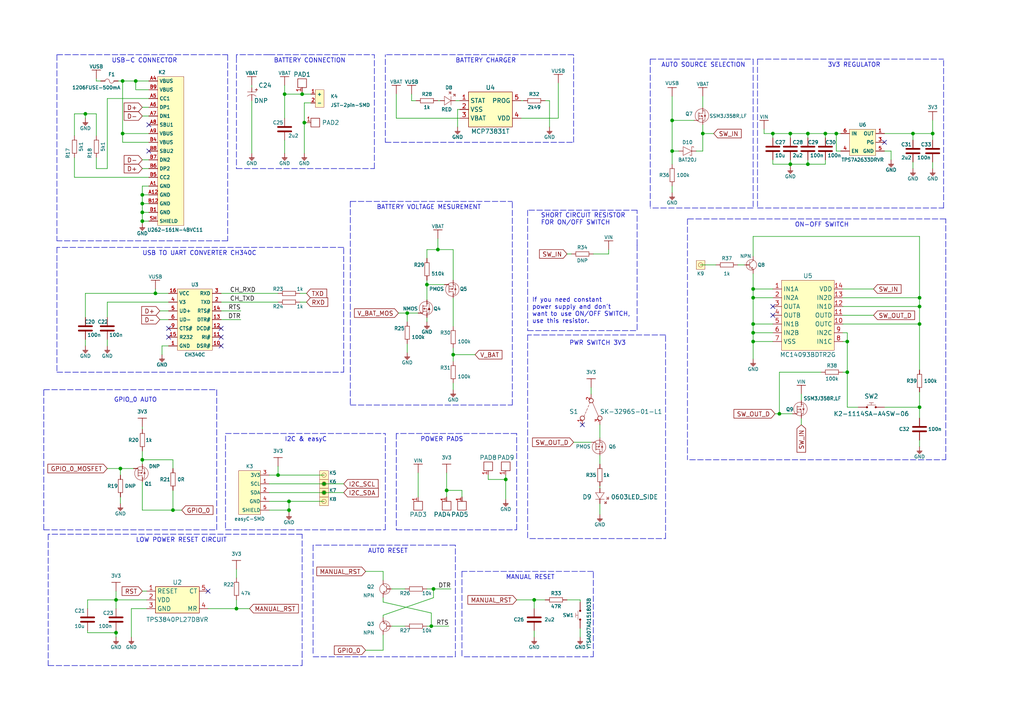
<source format=kicad_sch>
(kicad_sch (version 20211123) (generator eeschema)
  (paper "A4")
  (title_block (title "Inkplate 10") (rev "V1.2.0.") (company "SOLDERED"))
  (lib_symbols
    (symbol "e-radionica.com schematics:0402LED" (pin_numbers hide) (pin_names (offset 0.254) hide)
      (property "Reference" "D" (at -0.635 2.54 0))
      (property "Value" "0402LED" (at 0 -2.54 0))
      (symbol "0402LED_1_1"
        (pin passive line (at -1.905 0 0) (length 1.27) (name "A") (number "1"))
        (pin passive line (at 2.54 0 180) (length 1.27) (name "K") (number "2"))
      )
    )
    (symbol "e-radionica.com schematics:0603C" (pin_numbers hide) (pin_names (offset 0.002))
      (property "Reference" "C" (at 0 3.81 0))
      (property "Value" "0603C" (at 0 -3.175 0))
      (symbol "0603C_1_1"
        (pin passive line (at -3.175 0 0) (length 2.54) (name "~") (number "1"))
        (pin passive line (at 3.175 0 180) (length 2.54) (name "~") (number "2"))
      )
    )
    (symbol "e-radionica.com schematics:0603LED_SIDE" (pin_numbers hide) (pin_names hide)
      (property "Reference" "D" (at -1.27 2.54 0))
      (property "Value" "0603LED_SIDE" (at 0 -2.286 0))
      (symbol "0603LED_SIDE_1_1"
        (pin passive line (at -2.54 0 0) (length 1.27) (name "A") (number "1"))
        (pin passive line (at 1.905 0 180) (length 1.27) (name "K") (number "2"))
      )
    )
    (symbol "e-radionica.com schematics:0603R" (pin_numbers hide) (pin_names (offset 0.254))
      (property "Reference" "R" (at 0 1.27 0))
      (property "Value" "0603R" (at 0 -1.905 0))
      (symbol "0603R_1_1"
        (pin passive line (at -3.175 0 0) (length 1.27) (name "~") (number "1"))
        (pin passive line (at 3.175 0 180) (length 1.27) (name "~") (number "2"))
      )
    )
    (symbol "e-radionica.com schematics:1206C" (pin_numbers hide)
      (property "Reference" "C" (at 0 3.81 0))
      (property "Value" "1206C" (at 0 -3.175 0))
      (symbol "1206C_1_1"
        (pin passive line (at -3.175 0 0) (length 2.54) (name "~") (number "1"))
        (pin passive line (at 3.175 0 180) (length 2.54) (name "~") (number "2"))
      )
    )
    (symbol "e-radionica.com schematics:1206FUSE" (pin_numbers hide) (pin_names hide)
      (property "Reference" "F" (at -1.27 1.905 0))
      (property "Value" "1206FUSE" (at 0 -1.905 0))
      (symbol "1206FUSE_1_1"
        (pin passive line (at -2.54 0 0) (length 1.27) (name "~") (number "1"))
        (pin passive line (at 2.54 0 180) (length 1.27) (name "~") (number "2"))
      )
    )
    (symbol "e-radionica.com schematics:2917C" (pin_numbers hide) (pin_names hide)
      (property "Reference" "C?" (at 0 0 0))
      (property "Value" "2917C" (at 0 0 0))
      (symbol "2917C_0_0"
        (text "+" (at -0.635 -1.27 0) (effects (font (size 1 1))))
      )
      (symbol "2917C_1_1"
        (pin input line (at -1.27 -2.54 0) (length 1.27) (name "+") (number "1"))
        (pin input line (at 2.54 -2.54 180) (length 1.8) (name "-") (number "2"))
      )
    )
    (symbol "e-radionica.com schematics:3V3" (power) (pin_names (offset 0))
      (property "Value" "3V3" (at 0 3.556 0))
      (symbol "3V3_1_1"
        (pin power_in line (at 0 0 90) (length 0) hide (name "3V3") (number "1"))
      )
    )
    (symbol "e-radionica.com schematics:BAT20J" (pin_numbers hide) (pin_names hide)
      (property "Reference" "D" (at 0 2.54 0))
      (property "Value" "BAT20J" (at 0 -2.54 0))
      (symbol "BAT20J_1_1"
        (pin input line (at -2.54 0 0) (length 1.27) (name "A") (number "1"))
        (pin input line (at 2.54 0 180) (length 1.27) (name "C") (number "2"))
      )
    )
    (symbol "e-radionica.com schematics:CH340C"
      (property "Reference" "U" (at -3.81 10.16 0))
      (property "Value" "CH340C" (at 0 -10.16 0))
      (symbol "CH340C_1_1"
        (pin passive line (at -7.62 -7.62 0) (length 2.54) (name "GND") (number "1"))
        (pin passive line (at 7.62 -7.62 180) (length 2.54) (name "DSR#") (number "10"))
        (pin passive line (at 7.62 -5.08 180) (length 2.54) (name "RI#") (number "11"))
        (pin passive line (at 7.62 -2.54 180) (length 2.54) (name "DCD#") (number "12"))
        (pin passive line (at 7.62 0 180) (length 2.54) (name "DTR#") (number "13"))
        (pin passive line (at 7.62 2.54 180) (length 2.54) (name "RTS#") (number "14"))
        (pin passive line (at -7.62 -5.08 0) (length 2.54) (name "R232") (number "15"))
        (pin passive line (at -7.62 7.62 0) (length 2.54) (name "VCC") (number "16"))
        (pin passive line (at 7.62 5.08 180) (length 2.54) (name "TXD") (number "2"))
        (pin passive line (at 7.62 7.62 180) (length 2.54) (name "RXD") (number "3"))
        (pin passive line (at -7.62 5.08 0) (length 2.54) (name "V3") (number "4"))
        (pin passive line (at -7.62 2.54 0) (length 2.54) (name "UD+") (number "5"))
        (pin passive line (at -7.62 0 0) (length 2.54) (name "UD-") (number "6"))
        (pin passive line (at -7.62 -2.54 0) (length 2.54) (name "CTS#") (number "9"))
      )
    )
    (symbol "e-radionica.com schematics:GND" (power) (pin_names (offset 0))
      (property "Value" "GND" (at 0 -2.921 0))
      (symbol "GND_1_1"
        (pin power_in line (at 0 0 270) (length 0) hide (name "GND") (number "1"))
      )
    )
    (symbol "e-radionica.com schematics:HEADER_MALE_1X1_Inkplate" (pin_numbers hide) (pin_names hide)
      (property "Reference" "K" (at 0 2.54 0))
      (property "Value" "HEADER_MALE_1X1_Inkplate" (at 0 -2.54 0))
      (symbol "HEADER_MALE_1X1_Inkplate_1_1"
        (pin passive line (at 0 0 180) (length 0) (name "~") (number "1"))
      )
    )
    (symbol "e-radionica.com schematics:JST-2pin-SMD"
      (property "Reference" "K" (at 0 3.81 0))
      (property "Value" "JST-2pin-SMD" (at 1.27 -3.81 0))
      (symbol "JST-2pin-SMD_1_1"
        (pin passive line (at 2.54 -1.27 180) (length 1.27) (name "+") (number "1"))
        (pin passive line (at 2.54 1.27 180) (length 1.27) (name "-") (number "2"))
      )
    )
    (symbol "e-radionica.com schematics:K2-1114SA-A4SW-06" (pin_numbers hide) (pin_names hide)
      (property "Reference" "SW" (at 0 2.54 0))
      (property "Value" "K2-1114SA-A4SW-06" (at 0 -2.54 0))
      (symbol "K2-1114SA-A4SW-06_1_1"
        (pin passive line (at -3.81 0 0) (length 2.54) (name "~") (number "1"))
        (pin passive line (at 3.81 0 180) (length 2.54) (name "~") (number "2"))
      )
    )
    (symbol "e-radionica.com schematics:MC14093BDTR2G"
      (property "Reference" "U" (at 0 15.24 0))
      (property "Value" "MC14093BDTR2G" (at 0 -7.62 0))
      (symbol "MC14093BDTR2G_1_1"
        (pin output line (at -10.16 11.43 0) (length 2.54) (name "IN1A") (number "1"))
        (pin output line (at 10.16 1.27 180) (length 2.54) (name "OUTC") (number "10"))
        (pin output line (at 10.16 3.81 180) (length 2.54) (name "OUTD") (number "11"))
        (pin output line (at 10.16 6.35 180) (length 2.54) (name "IN1D") (number "12"))
        (pin output line (at 10.16 8.89 180) (length 2.54) (name "IN2D") (number "13"))
        (pin output line (at 10.16 11.43 180) (length 2.54) (name "VDD") (number "14"))
        (pin output line (at -10.16 8.89 0) (length 2.54) (name "IN2A") (number "2"))
        (pin output line (at -10.16 6.35 0) (length 2.54) (name "OUTA") (number "3"))
        (pin output line (at -10.16 3.81 0) (length 2.54) (name "OUTB") (number "4"))
        (pin output line (at -10.16 1.27 0) (length 2.54) (name "IN1B") (number "5"))
        (pin output line (at -10.16 -1.27 0) (length 2.54) (name "IN2B") (number "6"))
        (pin output line (at -10.16 -3.81 0) (length 2.54) (name "VSS") (number "7"))
        (pin output line (at 10.16 -3.81 180) (length 2.54) (name "IN1C") (number "8"))
        (pin output line (at 10.16 -1.27 180) (length 2.54) (name "IN2C") (number "9"))
      )
    )
    (symbol "e-radionica.com schematics:MCP73831T"
      (property "Reference" "U" (at 0 6.35 0))
      (property "Value" "MCP73831T" (at 0 -6.35 0))
      (symbol "MCP73831T_1_1"
        (pin output line (at -8.89 2.54 0) (length 2.54) (name "STAT") (number "1"))
        (pin output line (at -8.89 0 0) (length 2.54) (name "VSS") (number "2"))
        (pin output line (at -8.89 -2.54 0) (length 2.54) (name "VBAT") (number "3"))
        (pin output line (at 8.89 -2.54 180) (length 2.54) (name "VDD") (number "4"))
        (pin output line (at 8.89 2.54 180) (length 2.54) (name "PROG") (number "5"))
      )
    )
    (symbol "e-radionica.com schematics:NMOS-SOT-23-3" (pin_numbers hide) (pin_names hide)
      (property "Reference" "Q" (at -1.143 2.921 0))
      (property "Value" "NMOS-SOT-23-3" (at 1.524 -3.937 0))
      (symbol "NMOS-SOT-23-3_1_1"
        (pin passive line (at -1.27 -1.27 0) (length 1.27) (name "G") (number "1"))
        (pin passive line (at 1.27 -2.54 90) (length 1.27) (name "S") (number "2"))
        (pin passive line (at 1.27 2.54 270) (length 1.27) (name "D") (number "3"))
      )
    )
    (symbol "e-radionica.com schematics:NPN-SOT-23-3" (pin_numbers hide) (pin_names hide)
      (property "Reference" "Q" (at -2.286 2.921 0))
      (property "Value" "NPN-SOT-23-3" (at 0 -3.81 0))
      (symbol "NPN-SOT-23-3_1_1"
        (pin passive line (at -2.54 0 0) (length 1.27) (name "B") (number "1"))
        (pin passive line (at 0 -2.54 90) (length 1.27) (name "E") (number "2"))
        (pin passive line (at 0 2.54 270) (length 1.27) (name "C") (number "3"))
      )
    )
    (symbol "e-radionica.com schematics:PAD_4x4"
      (property "Reference" "PAD" (at 0 2.54 0))
      (property "Value" "PAD_4x4" (at 0 -2.54 0))
      (symbol "PAD_4x4_1_1"
        (pin passive line (at -2.54 0 0) (length 1.27) (name "") (number "1"))
      )
    )
    (symbol "e-radionica.com schematics:PMOS-SOT-23-3" (pin_numbers hide) (pin_names hide)
      (property "Reference" "Q" (at -1.27 2.54 0))
      (property "Value" "PMOS-SOT-23-3" (at 0.381 -4.064 0))
      (symbol "PMOS-SOT-23-3_1_1"
        (pin passive line (at -1.27 -1.27 0) (length 1.27) (name "G") (number "1"))
        (pin passive line (at 1.27 -2.54 90) (length 1.27) (name "S") (number "2"))
        (pin passive line (at 1.27 2.54 270) (length 1.27) (name "D") (number "3"))
      )
    )
    (symbol "e-radionica.com schematics:SK-3296S-01-L1"
      (property "Reference" "S" (at 0 3.81 0))
      (property "Value" "SK-3296S-01-L1" (at 0 -6.35 0))
      (symbol "SK-3296S-01-L1_1_1"
        (pin input inverted (at 3.81 2.54 180) (length 2.54) (name "") (number "1"))
        (pin input inverted (at -5.08 0 0) (length 2.54) (name "") (number "2"))
        (pin input inverted (at 3.81 -2.54 180) (length 2.54) (name "") (number "3"))
      )
    )
    (symbol "e-radionica.com schematics:TPS3840PL27DBVR"
      (property "Reference" "U" (at 0 5.08 0))
      (property "Value" "TPS3840PL27DBVR" (at 0 -5.08 0))
      (symbol "TPS3840PL27DBVR_1_1"
        (pin input line (at -8.89 2.54 0) (length 2.54) (name "RESET") (number "1"))
        (pin input line (at -8.89 0 0) (length 2.54) (name "VDD") (number "2"))
        (pin input line (at -8.89 -2.54 0) (length 2.54) (name "GND") (number "3"))
        (pin input line (at 8.89 -2.54 180) (length 2.54) (name "MR") (number "4"))
        (pin input line (at 8.89 2.54 180) (length 2.54) (name "CT") (number "5"))
      )
    )
    (symbol "e-radionica.com schematics:TPS7A2633DRVR"
      (property "Reference" "U" (at -3.175 5.08 0))
      (property "Value" "TPS7A2633DRVR" (at 0 -5.08 0))
      (symbol "TPS7A2633DRVR_1_1"
        (pin passive line (at 6.35 2.54 180) (length 2.54) (name "OUT") (number "1"))
        (pin passive line (at 6.35 0 180) (length 2.54) (name "PG") (number "3"))
        (pin passive line (at -6.35 -2.54 0) (length 2.54) (name "EN") (number "4"))
        (pin passive line (at 6.35 -2.54 180) (length 2.54) (name "GND") (number "5"))
        (pin passive line (at -6.35 2.54 0) (length 2.54) (name "IN") (number "6"))
      )
    )
    (symbol "e-radionica.com schematics:U262-161N-4BVC11"
      (property "Reference" "K" (at 0 22.86 0))
      (property "Value" "U262-161N-4BVC11" (at 2.54 -22.86 0))
      (symbol "U262-161N-4BVC11_1_1"
        (pin passive line (at -3.81 -10.16 0) (length 2.54) (name "GND") (number "A1"))
        (pin passive line (at -3.81 -12.7 0) (length 2.54) (name "GND") (number "A12"))
        (pin passive line (at -3.81 20.32 0) (length 2.54) (name "VBUS") (number "A4"))
        (pin passive line (at -3.81 15.24 0) (length 2.54) (name "CC1") (number "A5"))
        (pin passive line (at -3.81 12.7 0) (length 2.54) (name "DP1") (number "A6"))
        (pin passive line (at -3.81 10.16 0) (length 2.54) (name "DN1") (number "A7"))
        (pin passive line (at -3.81 7.62 0) (length 2.54) (name "SBU1") (number "A8"))
        (pin passive line (at -3.81 5.08 0) (length 2.54) (name "VBUS") (number "A9"))
        (pin passive line (at -3.81 -17.78 0) (length 2.54) (name "GND") (number "B1"))
        (pin passive line (at -3.81 -15.24 0) (length 2.54) (name "GND") (number "B12"))
        (pin passive line (at -3.81 2.54 0) (length 2.54) (name "VBUS") (number "B4"))
        (pin passive line (at -3.81 -7.62 0) (length 2.54) (name "CC2") (number "B5"))
        (pin passive line (at -3.81 -5.08 0) (length 2.54) (name "DP2") (number "B6"))
        (pin passive line (at -3.81 -2.54 0) (length 2.54) (name "DN2") (number "B7"))
        (pin passive line (at -3.81 0 0) (length 2.54) (name "SBU2") (number "B8"))
        (pin passive line (at -3.81 17.78 0) (length 2.54) (name "VBUS") (number "B9"))
        (pin passive line (at -3.81 -20.32 0) (length 2.54) (name "SHIELD") (number "SH"))
      )
    )
    (symbol "e-radionica.com schematics:VBAT" (power) (pin_names (offset 0))
      (property "Value" "VBAT" (at 0 3.556 0))
      (symbol "VBAT_1_1"
        (pin power_in line (at 0 0 90) (length 0) hide (name "VBAT") (number "1"))
      )
    )
    (symbol "e-radionica.com schematics:VIN" (power) (pin_names (offset 0))
      (property "Value" "VIN" (at 0 3.556 0))
      (symbol "VIN_1_1"
        (pin power_in line (at 0 0 90) (length 0) hide (name "VIN") (number "1"))
      )
    )
    (symbol "e-radionica.com schematics:VUSB" (power) (pin_names (offset 0))
      (property "Value" "VUSB" (at 0 3.556 0))
      (symbol "VUSB_1_1"
        (pin power_in line (at 0 0 90) (length 0) hide (name "VUSB") (number "1"))
      )
    )
    (symbol "e-radionica.com schematics:YTSA007A0151803B" (pin_numbers hide) (pin_names hide)
      (property "Reference" "SW" (at -1.016 2.286 0))
      (property "Value" "YTSA007A0151803B" (at 1.778 -2.032 0))
      (symbol "YTSA007A0151803B_1_1"
        (pin passive line (at -2.54 0 0) (length 2.54) (name "~") (number "1"))
        (pin passive line (at 5.08 0 180) (length 2.54) (name "~") (number "2"))
      )
    )
    (symbol "e-radionica.com schematics:easyC-SMD" (pin_names (offset 0.002))
      (property "Reference" "K" (at 0 10.16 0))
      (property "Value" "easyC-SMD" (at 0 -5.08 0))
      (symbol "easyC-SMD_1_1"
        (pin passive line (at 5.715 5.08 180) (length 2.54) (name "SCL") (number "1"))
        (pin passive line (at 5.715 2.54 180) (length 2.54) (name "SDA") (number "2"))
        (pin passive line (at 5.715 7.62 180) (length 2.54) (name "3V3") (number "3"))
        (pin passive line (at 5.715 0 180) (length 2.54) (name "GND") (number "4"))
        (pin passive line (at 5.715 -2.54 180) (length 2.54) (name "SHIELD") (number "5"))
      )
    )
  )
  (junction (at 224.155 38.735))
  (junction (at 218.44 99.06))
  (junction (at 88.265 35.56))
  (junction (at 245.745 107.95))
  (junction (at 127 72.39))
  (junction (at 239.395 38.735))
  (junction (at 154.94 173.99))
  (junction (at 266.7 88.9))
  (junction (at 34.925 135.89))
  (junction (at 194.945 43.815))
  (junction (at 35.56 38.735) (diameter 0.9144))
  (junction (at 123.825 82.55))
  (junction (at 41.275 61.595) (diameter 0.9144))
  (junction (at 41.275 56.515) (diameter 0.9144))
  (junction (at 194.945 34.925))
  (junction (at 218.44 86.36))
  (junction (at 45.085 85.09))
  (junction (at 118.11 90.805))
  (junction (at 24.765 33.02) (diameter 0.9144))
  (junction (at 41.275 64.135) (diameter 0.9144))
  (junction (at 264.795 38.735))
  (junction (at 218.44 93.98))
  (junction (at 226.06 120.015))
  (junction (at 83.82 145.415))
  (junction (at 234.315 38.735))
  (junction (at 242.57 38.735))
  (junction (at 218.44 96.52))
  (junction (at 270.51 38.735))
  (junction (at 33.655 183.515))
  (junction (at 125.73 170.815))
  (junction (at 87.63 27.305))
  (junction (at 266.7 118.11))
  (junction (at 93.98 142.875))
  (junction (at 129.54 142.24))
  (junction (at 245.745 99.06))
  (junction (at 93.98 140.335))
  (junction (at 41.275 59.055) (diameter 0.9144))
  (junction (at 146.685 139.065))
  (junction (at 39.37 23.495) (diameter 0.9144))
  (junction (at 50.165 147.955))
  (junction (at 266.7 86.36))
  (junction (at 82.55 27.305))
  (junction (at 229.235 38.735))
  (junction (at 83.82 147.955))
  (junction (at 41.275 133.35))
  (junction (at 125.095 181.61))
  (junction (at 35.56 23.495) (diameter 0.9144))
  (junction (at 234.315 47.625))
  (junction (at 266.7 93.98))
  (junction (at 33.655 173.99))
  (junction (at 218.44 83.82))
  (junction (at 229.235 47.625))
  (junction (at 68.58 176.53))
  (junction (at 80.645 137.795))
  (junction (at 203.835 38.735))
  (junction (at 131.445 102.87))
  (no_connect (at 48.895 95.25))
  (no_connect (at 224.155 91.44))
  (no_connect (at 64.135 95.25))
  (no_connect (at 43.18 43.815))
  (no_connect (at 168.91 123.19))
  (no_connect (at 48.895 97.79))
  (no_connect (at 224.155 88.9))
  (no_connect (at 64.135 100.33))
  (no_connect (at 256.54 41.275))
  (no_connect (at 60.325 171.45))
  (no_connect (at 43.18 36.195))
  (no_connect (at 64.135 97.79))
  (wire (pts (xy 270.51 46.99) (xy 270.51 48.895)))
  (wire (pts (xy 60.325 176.53) (xy 68.58 176.53)))
  (wire (pts (xy 120.65 29.21) (xy 119.38 29.21)))
  (polyline (pts (xy 184.785 60.96) (xy 153.035 60.96)))
  (wire (pts (xy 133.985 144.145) (xy 133.985 142.24)))
  (polyline (pts (xy 99.695 107.95) (xy 99.695 71.755)))
  (wire (pts (xy 244.475 91.44) (xy 253.365 91.44)))
  (wire (pts (xy 229.235 38.735) (xy 234.315 38.735)))
  (wire (pts (xy 244.475 88.9) (xy 266.7 88.9)))
  (polyline (pts (xy 149.86 153.67) (xy 149.86 125.73)))
  (wire (pts (xy 244.475 83.82) (xy 253.365 83.82)))
  (wire (pts (xy 111.125 165.735) (xy 111.125 168.275)))
  (wire (pts (xy 245.745 118.11) (xy 245.745 107.95)))
  (wire (pts (xy 248.92 118.11) (xy 245.745 118.11)))
  (polyline (pts (xy 68.58 48.895) (xy 108.585 48.895)))
  (wire (pts (xy 78.105 140.335) (xy 93.98 140.335)))
  (wire (pts (xy 234.315 46.355) (xy 234.315 47.625)))
  (wire (pts (xy 93.98 142.875) (xy 99.695 142.875)))
  (polyline (pts (xy 16.51 76.2) (xy 16.51 107.95)))
  (wire (pts (xy 24.765 85.09) (xy 45.085 85.09)))
  (wire (pts (xy 238.125 107.95) (xy 226.06 107.95)))
  (wire (pts (xy 88.265 29.845) (xy 90.17 29.845)))
  (wire (pts (xy 41.275 171.45) (xy 42.545 171.45)))
  (wire (pts (xy 50.165 147.955) (xy 52.705 147.955)))
  (wire (pts (xy 158.115 29.21) (xy 159.385 29.21)))
  (wire (pts (xy 25.4 182.88) (xy 25.4 183.515)))
  (wire (pts (xy 125.095 181.61) (xy 130.175 181.61)))
  (wire (pts (xy 203.835 36.195) (xy 203.835 38.735)))
  (wire (pts (xy 123.825 81.28) (xy 123.825 82.55)))
  (wire (pts (xy 31.115 48.895) (xy 31.115 28.575)))
  (polyline (pts (xy 68.58 15.875) (xy 68.58 16.51)))
  (wire (pts (xy 127 29.21) (xy 127.635 29.21)))
  (polyline (pts (xy 166.37 41.275) (xy 166.37 15.875)))
  (wire (pts (xy 258.445 43.815) (xy 258.445 46.355)))
  (wire (pts (xy 68.58 176.53) (xy 72.39 176.53)))
  (polyline (pts (xy 66.04 69.85) (xy 16.51 69.85)) (stroke (width 0) (type dash)))
  (wire (pts (xy 166.37 128.27) (xy 171.45 128.27)))
  (wire (pts (xy 82.55 40.64) (xy 82.55 44.45)))
  (wire (pts (xy 242.57 43.815) (xy 242.57 38.735)))
  (polyline (pts (xy 148.59 117.475) (xy 148.59 58.42)))
  (wire (pts (xy 123.825 181.61) (xy 125.095 181.61)))
  (wire (pts (xy 154.94 173.99) (xy 158.115 173.99)))
  (polyline (pts (xy 172.085 190.5) (xy 172.085 165.735)))
  (wire (pts (xy 266.7 118.11) (xy 266.7 121.285)))
  (polyline (pts (xy 87.63 154.94) (xy 13.97 154.94)))
  (polyline (pts (xy 16.51 71.755) (xy 16.51 76.2)))
  (wire (pts (xy 123.825 170.815) (xy 125.73 170.815)))
  (wire (pts (xy 88.265 29.845) (xy 88.265 35.56)))
  (polyline (pts (xy 12.7 153.67) (xy 62.865 153.67)))
  (polyline (pts (xy 134.62 190.5) (xy 172.085 190.5)))
  (polyline (pts (xy 218.44 17.145) (xy 218.44 60.325)))
  (wire (pts (xy 132.08 29.21) (xy 133.35 29.21)))
  (polyline (pts (xy 65.405 153.67) (xy 111.76 153.67)))
  (wire (pts (xy 45.085 83.82) (xy 45.085 85.09)))
  (wire (pts (xy 266.7 127.635) (xy 266.7 129.54)))
  (wire (pts (xy 218.44 93.98) (xy 218.44 96.52)))
  (wire (pts (xy 154.94 182.88) (xy 154.94 184.785)))
  (wire (pts (xy 125.73 173.355) (xy 111.125 178.435)))
  (wire (pts (xy 173.99 132.08) (xy 173.99 134.62)))
  (wire (pts (xy 86.995 87.63) (xy 88.9 87.63)))
  (wire (pts (xy 41.275 33.655) (xy 43.18 33.655)))
  (wire (pts (xy 224.155 47.625) (xy 229.235 47.625)))
  (wire (pts (xy 106.045 165.735) (xy 111.125 165.735)))
  (wire (pts (xy 226.06 120.015) (xy 229.87 120.015)))
  (wire (pts (xy 41.275 130.81) (xy 41.275 133.35)))
  (wire (pts (xy 224.155 96.52) (xy 218.44 96.52)))
  (wire (pts (xy 80.645 137.795) (xy 93.98 137.795)))
  (wire (pts (xy 244.475 86.36) (xy 266.7 86.36)))
  (wire (pts (xy 41.275 64.135) (xy 41.275 64.77)))
  (wire (pts (xy 239.395 47.625) (xy 234.315 47.625)))
  (wire (pts (xy 123.825 92.075) (xy 123.825 93.345)))
  (polyline (pts (xy 114.935 125.73) (xy 114.935 153.67)))
  (wire (pts (xy 86.995 85.09) (xy 88.9 85.09)))
  (wire (pts (xy 234.315 47.625) (xy 229.235 47.625)))
  (wire (pts (xy 224.155 83.82) (xy 218.44 83.82)))
  (wire (pts (xy 41.275 61.595) (xy 41.275 64.135)))
  (wire (pts (xy 224.155 46.355) (xy 224.155 47.625)))
  (polyline (pts (xy 193.04 97.155) (xy 153.035 97.155)))
  (wire (pts (xy 111.125 174.625) (xy 125.095 177.8)))
  (polyline (pts (xy 101.6 58.42) (xy 101.6 117.475)))
  (wire (pts (xy 141.605 139.065) (xy 146.685 139.065)))
  (wire (pts (xy 234.315 38.735) (xy 239.395 38.735)))
  (wire (pts (xy 114.935 34.29) (xy 133.35 34.29)))
  (wire (pts (xy 131.445 100.965) (xy 131.445 102.87)))
  (wire (pts (xy 224.79 120.015) (xy 226.06 120.015)))
  (polyline (pts (xy 62.865 113.03) (xy 62.865 114.935)))
  (wire (pts (xy 164.465 73.66) (xy 165.735 73.66)))
  (wire (pts (xy 127 69.215) (xy 127 72.39)))
  (wire (pts (xy 43.18 53.975) (xy 41.275 53.975)))
  (wire (pts (xy 239.395 46.355) (xy 239.395 47.625)))
  (wire (pts (xy 229.235 46.355) (xy 229.235 47.625)))
  (wire (pts (xy 33.655 173.99) (xy 42.545 173.99)))
  (polyline (pts (xy 274.32 133.35) (xy 274.32 63.5)))
  (wire (pts (xy 83.82 145.415) (xy 93.98 145.415)))
  (wire (pts (xy 35.56 23.495) (xy 39.37 23.495)))
  (polyline (pts (xy 132.08 158.115) (xy 90.805 158.115)))
  (wire (pts (xy 111.125 188.595) (xy 111.125 184.15)))
  (wire (pts (xy 33.655 176.53) (xy 33.655 173.99)))
  (polyline (pts (xy 111.76 153.67) (xy 111.76 125.73)))
  (polyline (pts (xy 16.51 107.95) (xy 99.695 107.95)))
  (wire (pts (xy 35.56 38.735) (xy 35.56 41.275)))
  (wire (pts (xy 82.55 27.305) (xy 87.63 27.305)))
  (wire (pts (xy 264.795 38.735) (xy 264.795 40.64)))
  (wire (pts (xy 171.45 112.395) (xy 171.45 114.3)))
  (wire (pts (xy 43.18 41.275) (xy 35.56 41.275)))
  (polyline (pts (xy 99.695 71.755) (xy 16.51 71.755)))
  (wire (pts (xy 203.835 38.735) (xy 207.01 38.735)))
  (polyline (pts (xy 188.595 17.145) (xy 218.44 17.145)))
  (wire (pts (xy 25.4 176.53) (xy 25.4 173.99)))
  (polyline (pts (xy 153.035 95.885) (xy 184.785 95.885)))
  (wire (pts (xy 131.445 102.87) (xy 137.795 102.87)))
  (wire (pts (xy 133.35 31.75) (xy 132.715 31.75)))
  (polyline (pts (xy 114.935 153.67) (xy 149.86 153.67)))
  (polyline (pts (xy 111.76 41.275) (xy 166.37 41.275)))
  (polyline (pts (xy 153.67 156.21) (xy 193.04 156.21)))
  (wire (pts (xy 73.025 29.21) (xy 73.025 44.45)))
  (wire (pts (xy 41.275 48.895) (xy 43.18 48.895)))
  (polyline (pts (xy 184.785 71.12) (xy 184.785 95.885)))
  (wire (pts (xy 266.7 86.36) (xy 266.7 88.9)))
  (wire (pts (xy 224.155 38.735) (xy 229.235 38.735)))
  (wire (pts (xy 266.7 113.665) (xy 266.7 118.11)))
  (wire (pts (xy 35.56 38.735) (xy 43.18 38.735)))
  (wire (pts (xy 123.825 82.55) (xy 123.825 86.995)))
  (wire (pts (xy 106.045 188.595) (xy 111.125 188.595)))
  (wire (pts (xy 256.54 118.11) (xy 266.7 118.11)))
  (polyline (pts (xy 200.025 133.35) (xy 274.32 133.35)))
  (wire (pts (xy 243.84 43.815) (xy 242.57 43.815)))
  (wire (pts (xy 88.265 44.45) (xy 88.265 35.56)))
  (polyline (pts (xy 68.58 16.51) (xy 68.58 48.895)))
  (wire (pts (xy 203.835 38.735) (xy 203.835 43.815)))
  (wire (pts (xy 50.165 135.89) (xy 50.165 133.35)))
  (wire (pts (xy 218.44 83.82) (xy 218.44 86.36)))
  (wire (pts (xy 151.13 29.21) (xy 151.765 29.21)))
  (wire (pts (xy 41.275 139.7) (xy 41.275 147.955)))
  (wire (pts (xy 41.275 59.055) (xy 43.18 59.055)))
  (wire (pts (xy 264.795 46.99) (xy 264.795 48.895)))
  (wire (pts (xy 21.59 33.02) (xy 24.765 33.02)))
  (wire (pts (xy 270.51 40.64) (xy 270.51 38.735)))
  (wire (pts (xy 118.11 90.805) (xy 118.11 93.345)))
  (wire (pts (xy 27.94 33.02) (xy 27.94 39.37)))
  (polyline (pts (xy 78.105 15.875) (xy 68.58 15.875)))
  (polyline (pts (xy 90.805 190.5) (xy 132.08 190.5)))
  (wire (pts (xy 68.58 173.99) (xy 68.58 176.53)))
  (wire (pts (xy 131.445 102.87) (xy 131.445 104.775)))
  (wire (pts (xy 27.94 23.495) (xy 27.94 22.86)))
  (wire (pts (xy 224.155 38.735) (xy 224.155 40.005)))
  (wire (pts (xy 24.765 33.02) (xy 24.765 34.29)))
  (wire (pts (xy 224.155 93.98) (xy 218.44 93.98)))
  (wire (pts (xy 25.4 173.99) (xy 33.655 173.99)))
  (wire (pts (xy 266.7 88.9) (xy 266.7 93.98)))
  (wire (pts (xy 172.085 73.66) (xy 176.53 73.66)))
  (wire (pts (xy 232.41 114.3) (xy 232.41 116.205)))
  (wire (pts (xy 161.925 24.13) (xy 161.925 34.29)))
  (polyline (pts (xy 66.04 15.875) (xy 66.04 69.85)) (stroke (width 0) (type dash)))
  (wire (pts (xy 203.835 43.815) (xy 201.93 43.815)))
  (wire (pts (xy 31.115 135.89) (xy 34.925 135.89)))
  (polyline (pts (xy 273.685 60.325) (xy 273.685 17.145)))
  (wire (pts (xy 229.235 47.625) (xy 229.235 48.26)))
  (polyline (pts (xy 133.985 165.735) (xy 133.985 190.5)))
  (wire (pts (xy 41.275 59.055) (xy 41.275 61.595)))
  (wire (pts (xy 115.57 90.805) (xy 118.11 90.805)))
  (polyline (pts (xy 90.805 158.115) (xy 90.805 189.865)))
  (wire (pts (xy 24.765 98.425) (xy 24.765 100.33)))
  (wire (pts (xy 73.025 24.765) (xy 73.025 25.4)))
  (polyline (pts (xy 132.08 190.5) (xy 132.08 158.115)))
  (wire (pts (xy 121.285 90.805) (xy 118.11 90.805)))
  (wire (pts (xy 34.925 137.795) (xy 34.925 135.89)))
  (wire (pts (xy 131.445 111.125) (xy 131.445 113.03)))
  (wire (pts (xy 82.55 24.765) (xy 82.55 27.305)))
  (wire (pts (xy 87.63 27.305) (xy 90.17 27.305)))
  (wire (pts (xy 132.715 31.75) (xy 132.715 36.83)))
  (wire (pts (xy 41.275 56.515) (xy 41.275 59.055)))
  (wire (pts (xy 221.615 38.735) (xy 224.155 38.735)))
  (polyline (pts (xy 12.7 113.03) (xy 62.865 113.03)))
  (wire (pts (xy 64.135 90.17) (xy 69.85 90.17)))
  (wire (pts (xy 266.7 93.98) (xy 266.7 107.315)))
  (wire (pts (xy 239.395 38.735) (xy 242.57 38.735)))
  (polyline (pts (xy 16.51 76.2) (xy 16.51 76.2)))
  (polyline (pts (xy 153.035 60.96) (xy 153.035 95.885)))
  (wire (pts (xy 194.945 53.975) (xy 194.945 55.88)))
  (polyline (pts (xy 101.6 117.475) (xy 148.59 117.475)))
  (wire (pts (xy 218.44 96.52) (xy 218.44 99.06)))
  (wire (pts (xy 35.56 38.735) (xy 35.56 23.495)))
  (wire (pts (xy 270.51 38.735) (xy 264.795 38.735)))
  (wire (pts (xy 31.115 92.075) (xy 31.115 87.63)))
  (wire (pts (xy 50.165 147.955) (xy 50.165 142.24)))
  (wire (pts (xy 41.275 147.955) (xy 50.165 147.955)))
  (polyline (pts (xy 87.63 190.5) (xy 87.63 154.94)))
  (wire (pts (xy 111.125 178.435) (xy 111.125 179.07)))
  (wire (pts (xy 43.18 64.135) (xy 41.275 64.135)))
  (polyline (pts (xy 78.105 15.875) (xy 108.585 15.875)))
  (wire (pts (xy 149.86 173.99) (xy 154.94 173.99)))
  (wire (pts (xy 41.275 61.595) (xy 43.18 61.595)))
  (polyline (pts (xy 13.97 154.94) (xy 13.97 193.04)))
  (polyline (pts (xy 199.39 63.5) (xy 199.39 133.35)))
  (polyline (pts (xy 218.44 60.325) (xy 188.595 60.325)))
  (wire (pts (xy 194.945 34.925) (xy 201.295 34.925)))
  (wire (pts (xy 27.94 45.72) (xy 27.94 48.895)))
  (wire (pts (xy 232.41 121.285) (xy 232.41 123.19)))
  (wire (pts (xy 218.44 68.58) (xy 266.7 68.58)))
  (wire (pts (xy 168.275 173.99) (xy 168.275 174.625)))
  (polyline (pts (xy 12.7 153.67) (xy 12.7 113.03)))
  (wire (pts (xy 45.085 85.09) (xy 48.895 85.09)))
  (wire (pts (xy 128.905 82.55) (xy 123.825 82.55)))
  (wire (pts (xy 93.98 140.335) (xy 99.695 140.335)))
  (wire (pts (xy 50.165 133.35) (xy 41.275 133.35)))
  (wire (pts (xy 245.745 107.95) (xy 245.745 99.06)))
  (polyline (pts (xy 166.37 15.875) (xy 111.76 15.875)))
  (wire (pts (xy 194.945 27.94) (xy 194.945 34.925)))
  (wire (pts (xy 31.115 87.63) (xy 48.895 87.63)))
  (polyline (pts (xy 108.585 48.895) (xy 108.585 15.875)))
  (polyline (pts (xy 219.71 17.145) (xy 273.685 17.145)))
  (wire (pts (xy 221.615 38.735) (xy 221.615 37.465)))
  (wire (pts (xy 226.06 107.95) (xy 226.06 120.015)))
  (wire (pts (xy 39.37 26.035) (xy 39.37 23.495)))
  (wire (pts (xy 46.99 102.87) (xy 46.99 100.33)))
  (wire (pts (xy 80.645 137.795) (xy 80.645 135.255)))
  (wire (pts (xy 21.59 45.72) (xy 21.59 51.435)))
  (wire (pts (xy 21.59 33.02) (xy 21.59 39.37)))
  (wire (pts (xy 82.55 27.305) (xy 82.55 34.29)))
  (wire (pts (xy 31.115 98.425) (xy 31.115 100.33)))
  (wire (pts (xy 29.21 23.495) (xy 27.94 23.495)))
  (wire (pts (xy 159.385 29.21) (xy 159.385 36.83)))
  (wire (pts (xy 43.18 26.035) (xy 39.37 26.035)))
  (wire (pts (xy 39.37 23.495) (xy 43.18 23.495)))
  (wire (pts (xy 270.51 34.925) (xy 270.51 38.735)))
  (wire (pts (xy 83.82 145.415) (xy 83.82 147.955)))
  (wire (pts (xy 245.745 96.52) (xy 244.475 96.52)))
  (wire (pts (xy 118.11 99.695) (xy 118.11 102.235)))
  (wire (pts (xy 64.135 87.63) (xy 80.645 87.63)))
  (wire (pts (xy 173.99 123.19) (xy 173.99 127)))
  (wire (pts (xy 78.105 137.795) (xy 80.645 137.795)))
  (polyline (pts (xy 172.085 165.735) (xy 133.985 165.735)))
  (polyline (pts (xy 62.865 153.67) (xy 62.865 114.3)))
  (wire (pts (xy 161.925 34.29) (xy 151.13 34.29)))
  (polyline (pts (xy 13.97 193.04) (xy 87.63 193.04)))
  (wire (pts (xy 146.685 137.795) (xy 146.685 139.065)))
  (wire (pts (xy 218.44 99.06) (xy 218.44 104.14)))
  (wire (pts (xy 38.1 176.53) (xy 42.545 176.53)))
  (wire (pts (xy 266.7 68.58) (xy 266.7 86.36)))
  (wire (pts (xy 244.475 93.98) (xy 266.7 93.98)))
  (wire (pts (xy 114.935 27.305) (xy 114.935 34.29)))
  (wire (pts (xy 146.685 139.065) (xy 146.685 144.78)))
  (wire (pts (xy 31.115 28.575) (xy 43.18 28.575)))
  (wire (pts (xy 34.925 135.89) (xy 38.735 135.89)))
  (polyline (pts (xy 16.51 15.875) (xy 16.51 69.85)) (stroke (width 0) (type dash)))
  (wire (pts (xy 218.44 86.36) (xy 218.44 93.98)))
  (wire (pts (xy 234.315 38.735) (xy 234.315 40.005)))
  (wire (pts (xy 87.63 26.67) (xy 87.63 27.305)))
  (wire (pts (xy 111.125 173.355) (xy 111.125 174.625)))
  (wire (pts (xy 125.73 170.815) (xy 125.73 173.355)))
  (wire (pts (xy 194.945 43.815) (xy 194.945 47.625)))
  (polyline (pts (xy 65.405 126.365) (xy 65.405 153.67)))
  (wire (pts (xy 46.355 92.71) (xy 48.895 92.71)))
  (wire (pts (xy 64.135 85.09) (xy 80.645 85.09)))
  (wire (pts (xy 125.73 170.815) (xy 130.81 170.815)))
  (wire (pts (xy 196.85 43.815) (xy 194.945 43.815)))
  (wire (pts (xy 25.4 183.515) (xy 33.655 183.515)))
  (wire (pts (xy 41.275 46.355) (xy 43.18 46.355)))
  (wire (pts (xy 123.825 72.39) (xy 123.825 74.93)))
  (polyline (pts (xy 188.595 17.145) (xy 188.595 60.325)))
  (polyline (pts (xy 274.32 63.5) (xy 199.39 63.5)))
  (wire (pts (xy 121.285 137.16) (xy 121.285 144.145)))
  (wire (pts (xy 173.99 146.05) (xy 173.99 149.225)))
  (wire (pts (xy 168.275 182.245) (xy 168.275 184.785)))
  (wire (pts (xy 133.985 142.24) (xy 129.54 142.24)))
  (wire (pts (xy 41.275 31.115) (xy 43.18 31.115)))
  (wire (pts (xy 41.275 53.975) (xy 41.275 56.515)))
  (wire (pts (xy 41.275 123.825) (xy 41.275 124.46)))
  (wire (pts (xy 33.655 183.515) (xy 33.655 184.785)))
  (wire (pts (xy 34.29 23.495) (xy 35.56 23.495)))
  (wire (pts (xy 33.655 182.88) (xy 33.655 183.515)))
  (wire (pts (xy 125.095 177.8) (xy 125.095 181.61)))
  (wire (pts (xy 127 72.39) (xy 123.825 72.39)))
  (polyline (pts (xy 111.76 15.875) (xy 111.76 16.51)))
  (wire (pts (xy 64.135 92.71) (xy 69.85 92.71)))
  (wire (pts (xy 41.275 56.515) (xy 43.18 56.515)))
  (wire (pts (xy 131.445 72.39) (xy 127 72.39)))
  (polyline (pts (xy 149.86 125.73) (xy 114.935 125.73)))
  (wire (pts (xy 78.105 145.415) (xy 83.82 145.415)))
  (wire (pts (xy 213.995 76.835) (xy 215.9 76.835)))
  (wire (pts (xy 203.835 27.94) (xy 203.835 31.115)))
  (wire (pts (xy 46.355 90.17) (xy 48.895 90.17)))
  (wire (pts (xy 33.655 171.45) (xy 33.655 173.99)))
  (polyline (pts (xy 87.63 193.04) (xy 87.63 190.5)))
  (wire (pts (xy 78.105 142.875) (xy 93.98 142.875)))
  (wire (pts (xy 113.665 170.815) (xy 117.475 170.815)))
  (wire (pts (xy 173.99 140.97) (xy 173.99 141.605)))
  (wire (pts (xy 129.54 142.24) (xy 129.54 144.145)))
  (wire (pts (xy 218.44 79.375) (xy 218.44 83.82)))
  (wire (pts (xy 154.94 176.53) (xy 154.94 173.99)))
  (polyline (pts (xy 193.04 156.21) (xy 193.04 97.155)))
  (wire (pts (xy 218.44 86.36) (xy 224.155 86.36)))
  (wire (pts (xy 164.465 173.99) (xy 168.275 173.99)))
  (wire (pts (xy 245.745 99.06) (xy 245.745 96.52)))
  (wire (pts (xy 129.54 137.16) (xy 129.54 142.24)))
  (wire (pts (xy 141.605 137.795) (xy 141.605 139.065)))
  (wire (pts (xy 244.475 107.95) (xy 245.745 107.95)))
  (wire (pts (xy 24.765 33.02) (xy 27.94 33.02)))
  (wire (pts (xy 113.665 181.61) (xy 117.475 181.61)))
  (wire (pts (xy 203.2 76.835) (xy 207.645 76.835)))
  (wire (pts (xy 176.53 72.39) (xy 176.53 73.66)))
  (wire (pts (xy 119.38 27.305) (xy 119.38 29.21)))
  (wire (pts (xy 68.58 165.1) (xy 68.58 167.64)))
  (wire (pts (xy 224.155 99.06) (xy 218.44 99.06)))
  (wire (pts (xy 239.395 38.735) (xy 239.395 40.005)))
  (polyline (pts (xy 111.76 17.145) (xy 111.76 41.275)))
  (polyline (pts (xy 184.785 71.12) (xy 184.785 60.96)))
  (polyline (pts (xy 219.71 60.325) (xy 273.685 60.325)))
  (wire (pts (xy 41.275 133.35) (xy 41.275 134.62)))
  (wire (pts (xy 24.765 92.075) (xy 24.765 85.09)))
  (polyline (pts (xy 101.6 58.42) (xy 148.59 58.42)))
  (polyline (pts (xy 153.035 97.155) (xy 153.035 156.21)))
  (polyline (pts (xy 16.51 15.875) (xy 66.04 15.875)) (stroke (width 0) (type dash)))
  (polyline (pts (xy 65.405 125.73) (xy 111.76 125.73)))
  (wire (pts (xy 88.9 35.56) (xy 88.265 35.56)))
  (wire (pts (xy 256.54 43.815) (xy 258.445 43.815)))
  (wire (pts (xy 242.57 38.735) (xy 243.84 38.735)))
  (wire (pts (xy 131.445 81.28) (xy 131.445 72.39)))
  (wire (pts (xy 27.94 48.895) (xy 31.115 48.895)))
  (wire (pts (xy 38.1 184.785) (xy 38.1 176.53)))
  (wire (pts (xy 83.82 147.955) (xy 83.82 148.59)))
  (wire (pts (xy 34.925 144.145) (xy 34.925 146.05)))
  (polyline (pts (xy 219.71 17.145) (xy 219.71 60.325)))
  (wire (pts (xy 256.54 38.735) (xy 264.795 38.735)))
  (wire (pts (xy 244.475 99.06) (xy 245.745 99.06)))
  (wire (pts (xy 43.18 51.435) (xy 21.59 51.435)))
  (wire (pts (xy 194.945 34.925) (xy 194.945 43.815)))
  (wire (pts (xy 78.105 147.955) (xy 83.82 147.955)))
  (wire (pts (xy 229.235 38.735) (xy 229.235 40.005)))
  (wire (pts (xy 218.44 74.295) (xy 218.44 68.58)))
  (wire (pts (xy 46.99 100.33) (xy 48.895 100.33)))
  (wire (pts (xy 131.445 86.36) (xy 131.445 94.615)))
  (text "If you need constant\npower supply and don't\nwant to use ON/OFF SWITCH,\nuse this resistor." (at 154.305 93.98 0) (effects (font (size 1.27 1.27)) (justify left bottom)))
  (text "AUTO SOURCE SELECTION" (at 191.77 19.685 0) (effects (font (size 1.27 1.27)) (justify left bottom)))
  (text "USB-C CONNECTOR\n" (at 51.435 18.415 180) (effects (font (size 1.27 1.27)) (justify right bottom)))
  (text "ON-OFF SWITCH" (at 230.505 66.04 0) (effects (font (size 1.27 1.27)) (justify left bottom)))
  (text "PWR SWITCH 3V3" (at 165.1 100.33 0) (effects (font (size 1.27 1.27)) (justify left bottom)))
  (text "POWER PADS\n" (at 121.92 128.27 0) (effects (font (size 1.27 1.27)) (justify left bottom)))
  (text "3V3 REGULATOR" (at 240.03 19.685 0) (effects (font (size 1.27 1.27)) (justify left bottom)))
  (text "BATTERY VOLTAGE MESUREMENT" (at 109.22 60.96 0) (effects (font (size 1.27 1.27)) (justify left bottom)))
  (text "BATTERY CONNECTION" (at 79.375 18.415 0) (effects (font (size 1.27 1.27)) (justify left bottom)))
  (text "AUTO RESET" (at 106.68 160.655 0) (effects (font (size 1.27 1.27)) (justify left bottom)))
  (text "MANUAL RESET" (at 146.685 168.275 0) (effects (font (size 1.27 1.27)) (justify left bottom)))
  (text "GPIO_0 AUTO" (at 33.02 116.84 0) (effects (font (size 1.27 1.27)) (justify left bottom)))
  (text "SHORT CIRCUIT RESISTOR\nFOR ON/OFF SWITCH\n" (at 156.845 65.405 0) (effects (font (size 1.27 1.27)) (justify left bottom)))
  (text "BATTERY CHARGER" (at 132.08 18.415 0) (effects (font (size 1.27 1.27)) (justify left bottom)))
  (text "LOW POWER RESET CIRCUIT " (at 39.37 157.48 0) (effects (font (size 1.27 1.27)) (justify left bottom)))
  (text "USB TO UART CONVERTER CH340C" (at 41.275 74.295 0) (effects (font (size 1.27 1.27)) (justify left bottom)))
  (text "I2C & easyC" (at 82.55 128.27 0) (effects (font (size 1.27 1.27)) (justify left bottom)))
  (label "DTR" (at 69.85 92.71 180))
  (label "RTS" (at 69.85 90.17 180))
  (label "CH_RXD" (at 66.675 85.09 0))
  (label "CH_TXD" (at 66.675 87.63 0))
  (label "DTR" (at 130.81 170.815 180))
  (label "RTS" (at 130.175 181.61 180))
  (global_label "SW_IN" (shape input) (at 164.465 73.66 180) (property "Intersheet References" "${INTERSHEET_REFS}" (effects hide)))
  (global_label "D-" (shape input) (at 41.275 46.355 180) (property "Intersheet References" "${INTERSHEET_REFS}" (effects hide)))
  (global_label "I2C_SDA" (shape input) (at 99.695 142.875 0) (property "Intersheet References" "${INTERSHEET_REFS}" (effects hide)))
  (global_label "D+" (shape input) (at 41.275 31.115 180) (property "Intersheet References" "${INTERSHEET_REFS}" (effects hide)))
  (global_label "SW_IN" (shape input) (at 232.41 123.19 270) (property "Intersheet References" "${INTERSHEET_REFS}" (effects hide)))
  (global_label "RST" (shape input) (at 41.275 171.45 180) (property "Intersheet References" "${INTERSHEET_REFS}" (effects hide)))
  (global_label "V_BAT" (shape input) (at 137.795 102.87 0) (property "Intersheet References" "${INTERSHEET_REFS}" (effects hide)))
  (global_label "TXD" (shape input) (at 88.9 85.09 0) (property "Intersheet References" "${INTERSHEET_REFS}" (effects hide)))
  (global_label "SW_OUT_D" (shape input) (at 224.79 120.015 180) (property "Intersheet References" "${INTERSHEET_REFS}" (effects hide)))
  (global_label "D+" (shape input) (at 46.355 90.17 180) (property "Intersheet References" "${INTERSHEET_REFS}" (effects hide)))
  (global_label "SW_IN" (shape input) (at 253.365 83.82 0) (property "Intersheet References" "${INTERSHEET_REFS}" (effects hide)))
  (global_label "MANUAL_RST" (shape input) (at 106.045 165.735 180) (property "Intersheet References" "${INTERSHEET_REFS}" (effects hide)))
  (global_label "SW_OUT_D" (shape input) (at 166.37 128.27 180) (property "Intersheet References" "${INTERSHEET_REFS}" (effects hide)))
  (global_label "D-" (shape input) (at 41.275 33.655 180) (property "Intersheet References" "${INTERSHEET_REFS}" (effects hide)))
  (global_label "MANUAL_RST" (shape input) (at 72.39 176.53 0) (property "Intersheet References" "${INTERSHEET_REFS}" (effects hide)))
  (global_label "D-" (shape input) (at 46.355 92.71 180) (property "Intersheet References" "${INTERSHEET_REFS}" (effects hide)))
  (global_label "V_BAT_MOS" (shape input) (at 115.57 90.805 180) (property "Intersheet References" "${INTERSHEET_REFS}" (effects hide)))
  (global_label "GPIO_0" (shape input) (at 52.705 147.955 0) (property "Intersheet References" "${INTERSHEET_REFS}" (effects hide)))
  (global_label "RXD" (shape input) (at 88.9 87.63 0) (property "Intersheet References" "${INTERSHEET_REFS}" (effects hide)))
  (global_label "GPIO_0_MOSFET" (shape input) (at 31.115 135.89 180) (property "Intersheet References" "${INTERSHEET_REFS}" (effects hide)))
  (global_label "MANUAL_RST" (shape input) (at 149.86 173.99 180) (property "Intersheet References" "${INTERSHEET_REFS}" (effects hide)))
  (global_label "SW_IN" (shape input) (at 207.01 38.735 0) (property "Intersheet References" "${INTERSHEET_REFS}" (effects hide)))
  (global_label "SW_OUT_D" (shape input) (at 253.365 91.44 0) (property "Intersheet References" "${INTERSHEET_REFS}" (effects hide)))
  (global_label "I2C_SCL" (shape input) (at 99.695 140.335 0) (property "Intersheet References" "${INTERSHEET_REFS}" (effects hide)))
  (global_label "GPIO_0" (shape input) (at 106.045 188.595 180) (property "Intersheet References" "${INTERSHEET_REFS}" (effects hide)))
  (global_label "D+" (shape input) (at 41.275 48.895 180) (property "Intersheet References" "${INTERSHEET_REFS}" (effects hide)))
  (symbol (lib_id "e-radionica.com schematics:GND") (at 173.99 149.225 0) (unit 1)
    (property "Reference" "#PWR0181" (effects hide))
    (property "Value" "GND" (at 173.99 152.146 0) (effects (font (size 1 1))))
  )
  (symbol (lib_id "e-radionica.com schematics:VUSB") (at 119.38 27.305 0) (unit 1)
    (property "Reference" "#PWR0200" (effects hide))
    (property "Value" "VUSB" (at 119.38 23.749 0) (effects (font (size 1 1))))
  )
  (symbol (lib_id "e-radionica.com schematics:GND") (at 83.82 148.59 0) (unit 1)
    (property "Reference" "#PWR0160" (effects hide))
    (property "Value" "GND" (at 83.82 151.511 0) (effects (font (size 1 1))))
  )
  (symbol (lib_id "e-radionica.com schematics:3V3") (at 68.58 165.1 0) (unit 1)
    (property "Reference" "#PWR0166" (effects hide))
    (property "Value" "3V3" (at 68.58 160.655 0) (effects (font (size 1 1))))
  )
  (symbol (lib_id "e-radionica.com schematics:0603C") (at 24.765 95.25 90) (unit 1)
    (property "Reference" "C20" (at 26.035 93.345 90) (effects (font (size 1 1))))
    (property "Value" "100n" (at 27.305 97.155 90) (effects (font (size 1 1))))
    (property "Footprint" "e-radionica.com footprinti:0603C" (effects hide))
  )
  (symbol (lib_id "e-radionica.com schematics:0603R") (at 21.59 42.545 90) (unit 1)
    (property "Reference" "R17" (at 19.685 44.45 0) (effects (font (size 1 1))))
    (property "Value" "5k1" (at 23.495 42.545 0) (effects (font (size 1 1))))
    (property "Footprint" "e-radionica.com footprinti:0603R" (effects hide))
  )
  (symbol (lib_id "e-radionica.com schematics:GND") (at 46.99 102.87 0) (unit 1)
    (property "Reference" "#PWR0189" (effects hide))
    (property "Value" "GND" (at 46.99 105.791 0) (effects (font (size 1 1))))
  )
  (symbol (lib_id "e-radionica.com schematics:PAD_4x4") (at 91.44 35.56 0) (unit 1)
    (property "Reference" "PAD2" (at 98.425 35.56 0) (effects (justify right)))
    (property "Value" "PAD_4x4" (effects hide))
    (property "Footprint" "e-radionica.com footprinti:PAD_4x4" (effects hide))
  )
  (symbol (lib_id "e-radionica.com schematics:0603R") (at 154.94 29.21 0) (unit 1)
    (property "Reference" "R32" (at 154.94 27.305 0) (effects (font (size 1 1))))
    (property "Value" "2k49" (at 154.94 31.115 0) (effects (font (size 1 1))))
    (property "Footprint" "e-radionica.com footprinti:0603R" (effects hide))
  )
  (symbol (lib_id "e-radionica.com schematics:VBAT") (at 82.55 24.765 0) (unit 1)
    (property "Reference" "#PWR0198" (effects hide))
    (property "Value" "VBAT" (at 82.55 21.209 0) (effects (font (size 1 1))))
  )
  (symbol (lib_id "e-radionica.com schematics:GND") (at 131.445 113.03 0) (unit 1)
    (property "Reference" "#PWR0192" (effects hide))
    (property "Value" "GND" (at 131.445 115.951 0) (effects (font (size 1 1))))
  )
  (symbol (lib_id "e-radionica.com schematics:easyC-SMD") (at 72.39 145.415 0) (unit 1)
    (property "Reference" "K3" (at 72.39 135.255 0) (effects (font (size 1 1))))
    (property "Value" "easyC-SMD" (at 72.39 150.495 0) (effects (font (size 1 1))))
    (property "Footprint" "e-radionica.com footprinti:easyC-connector" (effects hide))
  )
  (symbol (lib_id "e-radionica.com schematics:1206C") (at 224.155 43.18 90) (unit 1)
    (property "Reference" "C27" (at 224.79 41.275 90) (effects (font (size 1 1)) (justify right)))
    (property "Value" "10u" (at 224.79 45.085 90) (effects (font (size 1 1)) (justify right)))
    (property "Footprint" "e-radionica.com footprinti:1206C" (effects hide))
  )
  (symbol (lib_id "e-radionica.com schematics:GND") (at 31.115 100.33 0) (unit 1)
    (property "Reference" "#PWR0186" (effects hide))
    (property "Value" "GND" (at 31.115 103.251 0) (effects (font (size 1 1))))
  )
  (symbol (lib_id "e-radionica.com schematics:0603R") (at 118.11 96.52 90) (unit 1)
    (property "Reference" "R25" (at 114.3 95.25 90) (effects (font (size 1 1)) (justify right)))
    (property "Value" "100k" (at 119.38 97.79 90) (effects (font (size 1 1)) (justify right)))
    (property "Footprint" "e-radionica.com footprinti:0603R" (effects hide))
  )
  (symbol (lib_id "e-radionica.com schematics:0603R") (at 41.275 127.635 90) (unit 1)
    (property "Reference" "R20" (at 38.735 127.635 90) (effects (font (size 1 1))))
    (property "Value" "1k" (at 43.18 127.635 90) (effects (font (size 1 1))))
    (property "Footprint" "e-radionica.com footprinti:0603R" (effects hide))
  )
  (symbol (lib_id "e-radionica.com schematics:GND") (at 168.275 184.785 0) (unit 1)
    (property "Reference" "#PWR0180" (effects hide))
    (property "Value" "GND" (at 168.275 187.706 0) (effects (font (size 1 1))))
  )
  (symbol (lib_id "e-radionica.com schematics:0603R") (at 120.65 181.61 0) (unit 1)
    (property "Reference" "R27" (at 117.475 182.88 0) (effects (font (size 1 1))))
    (property "Value" "10k" (at 123.825 182.88 0) (effects (font (size 1 1))))
    (property "Footprint" "e-radionica.com footprinti:0603R" (effects hide))
  )
  (symbol (lib_id "e-radionica.com schematics:VIN") (at 232.41 114.3 0) (unit 1)
    (property "Reference" "#PWR0170" (effects hide))
    (property "Value" "VIN" (at 232.41 110.744 0) (effects (font (size 1 1))))
  )
  (symbol (lib_id "e-radionica.com schematics:3V3") (at 129.54 137.16 0) (unit 1)
    (property "Reference" "#PWR0162" (effects hide))
    (property "Value" "3V3" (at 129.54 132.715 0) (effects (font (size 1 1))))
  )
  (symbol (lib_id "e-radionica.com schematics:VUSB") (at 45.085 83.82 0) (unit 1)
    (property "Reference" "#PWR0188" (effects hide))
    (property "Value" "VUSB" (at 45.085 80.264 0) (effects (font (size 1 1))))
  )
  (symbol (lib_id "e-radionica.com schematics:0603R") (at 161.29 173.99 180) (unit 1)
    (property "Reference" "R33" (at 161.29 172.085 0) (effects (font (size 1 1))))
    (property "Value" "47R" (at 161.29 175.895 0) (effects (font (size 1 1))))
    (property "Footprint" "e-radionica.com footprinti:0603R" (effects hide))
  )
  (symbol (lib_id "e-radionica.com schematics:0603R") (at 241.3 107.95 180) (unit 1)
    (property "Reference" "R38" (at 241.3 106.045 0) (effects (font (size 1 1))))
    (property "Value" "100k" (at 241.3 109.855 0) (effects (font (size 1 1))))
    (property "Footprint" "e-radionica.com footprinti:0603R" (effects hide))
  )
  (symbol (lib_id "e-radionica.com schematics:NMOS-SOT-23-3") (at 122.555 89.535 0) (unit 1)
    (property "Reference" "Q4" (at 125.73 89.535 0) (effects (font (size 1 1)) (justify left)))
    (property "Value" "NMOS" (at 116.84 89.535 0) (effects (font (size 1 1)) (justify left)))
    (property "Footprint" "e-radionica.com footprinti:SOT-23-3" (effects hide))
  )
  (symbol (lib_id "e-radionica.com schematics:GND") (at 88.265 44.45 0) (unit 1)
    (property "Reference" "#PWR0194" (effects hide))
    (property "Value" "GND" (at 88.265 47.371 0) (effects (font (size 1 1))))
  )
  (symbol (lib_id "e-radionica.com schematics:0603C") (at 31.115 95.25 270) (mirror x) (unit 1)
    (property "Reference" "C22" (at 29.845 93.345 90) (effects (font (size 1 1))))
    (property "Value" "100n" (at 33.655 97.155 90) (effects (font (size 1 1))))
    (property "Footprint" "e-radionica.com footprinti:0603C" (effects hide))
  )
  (symbol (lib_id "e-radionica.com schematics:CH340C") (at 56.515 92.71 0) (unit 1)
    (property "Reference" "U3" (at 56.515 82.55 0) (effects (font (size 1 1))))
    (property "Value" "CH340C" (at 56.515 102.87 0) (effects (font (size 1 1))))
    (property "Footprint" "e-radionica.com footprinti:SOP-16" (effects hide))
  )
  (symbol (lib_id "e-radionica.com schematics:VIN") (at 121.285 137.16 0) (unit 1)
    (property "Reference" "#PWR0161" (effects hide))
    (property "Value" "VIN" (at 121.285 133.604 0) (effects (font (size 1 1))))
  )
  (symbol (lib_id "e-radionica.com schematics:TPS7A2633DRVR") (at 250.19 41.275 0) (unit 1)
    (property "Reference" "U6" (at 250.19 36.195 0) (effects (font (size 1 1))))
    (property "Value" "TPS7A2633DRVR" (at 250.19 46.355 0) (effects (font (size 1 1))))
    (property "Footprint" "e-radionica.com footprinti:TPS7A2633DRVR" (effects hide))
  )
  (symbol (lib_id "e-radionica.com schematics:K2-1114SA-A4SW-06") (at 252.73 118.11 0) (unit 1)
    (property "Reference" "SW2" (at 252.73 114.935 0))
    (property "Value" "K2-1114SA-A4SW-06" (at 252.73 120.015 0))
    (property "Footprint" "e-radionica.com footprinti:K2-1114SA-A4SW-06" (effects hide))
  )
  (symbol (lib_id "e-radionica.com schematics:2917C") (at 75.565 26.67 270) (unit 1)
    (property "Reference" "C24" (at 74.93 24.765 90) (effects (justify left)))
    (property "Value" "DNP" (at 73.66 29.21 90) (effects (justify left)))
    (property "Footprint" "e-radionica.com footprinti:2917C" (effects hide))
  )
  (symbol (lib_id "e-radionica.com schematics:GND") (at 82.55 44.45 0) (unit 1)
    (property "Reference" "#PWR0195" (effects hide))
    (property "Value" "GND" (at 82.55 47.371 0) (effects (font (size 1 1))))
  )
  (symbol (lib_id "e-radionica.com schematics:0603R") (at 83.82 87.63 0) (unit 1)
    (property "Reference" "R24" (at 80.645 88.9 0) (effects (font (size 1 1))))
    (property "Value" "1k" (at 86.995 88.9 0) (effects (font (size 1 1))))
    (property "Footprint" "e-radionica.com footprinti:0603R" (effects hide))
  )
  (symbol (lib_id "e-radionica.com schematics:JST-2pin-SMD") (at 92.71 28.575 180) (unit 1)
    (property "Reference" "K4" (at 95.885 27.94 0) (effects (font (size 1 1)) (justify right)))
    (property "Value" "JST-2pin-SMD" (at 95.885 30.48 0) (effects (font (size 1 1)) (justify right)))
    (property "Footprint" "e-radionica.com footprinti:JST-2pin-SMD" (effects hide))
  )
  (symbol (lib_id "e-radionica.com schematics:GND") (at 123.825 93.345 0) (unit 1)
    (property "Reference" "#PWR0191" (effects hide))
    (property "Value" "GND" (at 123.825 96.266 0) (effects (font (size 1 1))))
  )
  (symbol (lib_id "e-radionica.com schematics:VUSB") (at 27.94 22.86 0) (unit 1)
    (property "Reference" "#PWR0204" (effects hide))
    (property "Value" "VUSB" (at 27.94 19.304 0) (effects (font (size 1 1))))
  )
  (symbol (lib_id "e-radionica.com schematics:VBAT") (at 114.935 27.305 0) (unit 1)
    (property "Reference" "#PWR0199" (effects hide))
    (property "Value" "VBAT" (at 114.935 23.749 0) (effects (font (size 1 1))))
  )
  (symbol (lib_id "e-radionica.com schematics:NPN-SOT-23-3") (at 111.125 170.815 0) (mirror y) (unit 1)
    (property "Reference" "Q2" (at 108.585 170.18 0) (effects (font (size 1 1)) (justify left)))
    (property "Value" "NPN" (at 108.585 172.72 0) (effects (font (size 1 1)) (justify left)))
    (property "Footprint" "e-radionica.com footprinti:SOT-23-3" (effects hide))
  )
  (symbol (lib_id "e-radionica.com schematics:GND") (at 264.795 48.895 0) (unit 1)
    (property "Reference" "#PWR0177" (effects hide))
    (property "Value" "GND" (at 264.795 51.816 0) (effects (font (size 1 1))))
  )
  (symbol (lib_id "e-radionica.com schematics:GND") (at 154.94 184.785 0) (unit 1)
    (property "Reference" "#PWR0157" (effects hide))
    (property "Value" "GND" (at 154.94 187.706 0) (effects (font (size 1 1))))
  )
  (symbol (lib_id "e-radionica.com schematics:0603C") (at 229.235 43.18 90) (unit 1)
    (property "Reference" "C28" (at 229.87 41.275 90) (effects (font (size 1 1)) (justify right)))
    (property "Value" "2u2" (at 229.87 45.085 90) (effects (font (size 1 1)) (justify right)))
    (property "Footprint" "e-radionica.com footprinti:0603C" (effects hide))
  )
  (symbol (lib_id "e-radionica.com schematics:GND") (at 194.945 55.88 0) (unit 1)
    (property "Reference" "#PWR0172" (effects hide))
    (property "Value" "GND" (at 194.945 58.801 0) (effects (font (size 1 1))))
  )
  (symbol (lib_id "e-radionica.com schematics:0603C") (at 234.315 43.18 90) (unit 1)
    (property "Reference" "C29" (at 234.315 41.275 90) (effects (font (size 1 1)) (justify right)))
    (property "Value" "100n" (at 234.95 45.085 90) (effects (font (size 1 1)) (justify right)))
    (property "Footprint" "e-radionica.com footprinti:0603C" (effects hide))
  )
  (symbol (lib_id "e-radionica.com schematics:0603C") (at 266.7 124.46 90) (unit 1)
    (property "Reference" "C32" (at 262.255 124.46 90) (effects (font (size 1 1))))
    (property "Value" "100n" (at 271.145 124.46 90) (effects (font (size 1 1))))
    (property "Footprint" "e-radionica.com footprinti:0603C" (effects hide))
  )
  (symbol (lib_id "e-radionica.com schematics:0603R") (at 50.165 139.065 90) (unit 1)
    (property "Reference" "R21" (at 46.355 139.065 90) (effects (font (size 1 1)) (justify right)))
    (property "Value" "0R" (at 51.435 139.065 90) (effects (font (size 1 1)) (justify right)))
    (property "Footprint" "e-radionica.com footprinti:0603R" (effects hide))
  )
  (symbol (lib_id "e-radionica.com schematics:0603R") (at 131.445 107.95 90) (unit 1)
    (property "Reference" "R31" (at 127.635 106.68 90) (effects (font (size 1 1)) (justify right)))
    (property "Value" "100k" (at 132.715 109.22 90) (effects (font (size 1 1)) (justify right)))
    (property "Footprint" "e-radionica.com footprinti:0603R" (effects hide))
  )
  (symbol (lib_id "e-radionica.com schematics:VBAT") (at 203.835 27.94 0) (unit 1)
    (property "Reference" "#PWR0173" (effects hide))
    (property "Value" "VBAT" (at 203.835 24.384 0) (effects (font (size 1 1))))
  )
  (symbol (lib_id "e-radionica.com schematics:NPN-SOT-23-3") (at 218.44 76.835 0) (unit 1)
    (property "Reference" "Q8" (at 219.71 76.835 0) (effects (font (size 1 1)) (justify left)))
    (property "Value" "NPN" (at 214.63 74.295 0) (effects (font (size 1 1)) (justify left)))
    (property "Footprint" "e-radionica.com footprinti:SOT-23-3" (effects hide))
  )
  (symbol (lib_id "e-radionica.com schematics:0603LED_SIDE") (at 173.99 144.145 270) (unit 1)
    (property "Reference" "D9" (at 168.91 144.145 90) (effects (justify left)))
    (property "Value" "0603LED_SIDE" (at 177.165 144.145 90) (effects (justify left)))
    (property "Footprint" "e-radionica.com footprinti:LTST-S270GKT" (effects hide))
  )
  (symbol (lib_id "e-radionica.com schematics:PMOS-SOT-23-3") (at 202.565 33.655 0) (unit 1)
    (property "Reference" "Q7" (at 198.755 33.02 0) (effects (font (size 1 1)) (justify left)))
    (property "Value" "SSM3J358R,LF" (at 205.74 33.655 0) (effects (font (size 1 1)) (justify left)))
    (property "Footprint" "e-radionica.com footprinti:SOT-23-3" (effects hide))
  )
  (symbol (lib_id "e-radionica.com schematics:GND") (at 24.765 100.33 0) (unit 1)
    (property "Reference" "#PWR0187" (effects hide))
    (property "Value" "GND" (at 24.765 103.251 0) (effects (font (size 1 1))))
  )
  (symbol (lib_id "e-radionica.com schematics:GND") (at 146.685 144.78 0) (unit 1)
    (property "Reference" "#PWR0163" (effects hide))
    (property "Value" "GND" (at 146.685 147.701 0) (effects (font (size 1 1))))
  )
  (symbol (lib_id "e-radionica.com schematics:U262-161N-4BVC11") (at 46.99 43.815 0) (unit 1)
    (property "Reference" "K2" (at 46.99 20.955 0) (effects (font (size 1 1))))
    (property "Value" "U262-161N-4BVC11" (at 50.8 66.675 0) (effects (font (size 1 1))))
    (property "Footprint" "e-radionica.com footprinti:U262-161N-4BVC11" (effects hide))
  )
  (symbol (lib_id "e-radionica.com schematics:VUSB") (at 194.945 27.94 0) (unit 1)
    (property "Reference" "#PWR0174" (effects hide))
    (property "Value" "VUSB" (at 194.945 24.13 0) (effects (font (size 1 1))))
  )
  (symbol (lib_id "e-radionica.com schematics:GND") (at 24.765 34.29 0) (unit 1)
    (property "Reference" "#PWR0205" (effects hide))
    (property "Value" "GND" (at 24.765 37.211 0) (effects (font (size 1 1))))
  )
  (symbol (lib_id "e-radionica.com schematics:PMOS-SOT-23-3") (at 40.005 137.16 0) (mirror x) (unit 1)
    (property "Reference" "Q1" (at 41.91 140.335 0) (effects (font (size 1 1)) (justify left)))
    (property "Value" "DNP" (at 43.18 135.255 0) (effects (font (size 1 1)) (justify left)))
    (property "Footprint" "e-radionica.com footprinti:SOT-23-3" (effects hide))
  )
  (symbol (lib_id "e-radionica.com schematics:0603R") (at 123.825 78.105 90) (unit 1)
    (property "Reference" "R29" (at 120.015 76.835 90) (effects (font (size 1 1)) (justify right)))
    (property "Value" "510k" (at 125.095 79.375 90) (effects (font (size 1 1)) (justify right)))
    (property "Footprint" "e-radionica.com footprinti:0603R" (effects hide))
  )
  (symbol (lib_id "e-radionica.com schematics:0603R") (at 173.99 137.795 270) (unit 1)
    (property "Reference" "R35" (at 171.45 137.795 90) (effects (font (size 1 1))))
    (property "Value" "1k" (at 175.895 137.795 90) (effects (font (size 1 1))))
    (property "Footprint" "e-radionica.com footprinti:0603R" (effects hide))
  )
  (symbol (lib_id "e-radionica.com schematics:3V3") (at 80.645 135.255 0) (unit 1)
    (property "Reference" "#PWR0164" (effects hide))
    (property "Value" "3V3" (at 80.645 130.81 0) (effects (font (size 1 1))))
  )
  (symbol (lib_id "e-radionica.com schematics:0603R") (at 266.7 110.49 90) (unit 1)
    (property "Reference" "R39" (at 262.89 110.49 90) (effects (font (size 1 1)) (justify right)))
    (property "Value" "100k" (at 267.97 110.49 90) (effects (font (size 1 1)) (justify right)))
    (property "Footprint" "e-radionica.com footprinti:0603R" (effects hide))
  )
  (symbol (lib_id "e-radionica.com schematics:3V3") (at 33.655 171.45 0) (unit 1)
    (property "Reference" "#PWR0165" (effects hide))
    (property "Value" "3V3" (at 33.655 167.005 0) (effects (font (size 1 1))))
  )
  (symbol (lib_id "e-radionica.com schematics:0603R") (at 27.94 42.545 90) (unit 1)
    (property "Reference" "R18" (at 26.035 44.45 0) (effects (font (size 1 1))))
    (property "Value" "5k1" (at 29.845 42.545 0) (effects (font (size 1 1))))
    (property "Footprint" "e-radionica.com footprinti:0603R" (effects hide))
  )
  (symbol (lib_id "e-radionica.com schematics:1206FUSE") (at 31.75 23.495 0) (unit 1)
    (property "Reference" "F1" (at 32.385 21.59 0) (effects (font (size 1 1))))
    (property "Value" "1206FUSE-500mA" (at 27.94 25.4 0) (effects (font (size 1 1))))
    (property "Footprint" "e-radionica.com footprinti:1206FUSE" (effects hide))
  )
  (symbol (lib_id "e-radionica.com schematics:3V3") (at 270.51 34.925 0) (unit 1)
    (property "Reference" "#PWR0175" (effects hide))
    (property "Value" "3V3" (at 270.51 31.115 0) (effects (font (size 1 1))))
  )
  (symbol (lib_id "e-radionica.com schematics:PAD_4x4") (at 141.605 135.255 90) (unit 1)
    (property "Reference" "PAD8" (at 139.065 132.715 90) (effects (justify right)))
    (property "Value" "PAD_4x4" (effects hide))
    (property "Footprint" "e-radionica.com footprinti:PAD_4x4" (effects hide))
  )
  (symbol (lib_id "e-radionica.com schematics:VUSB") (at 161.925 24.13 0) (unit 1)
    (property "Reference" "#PWR0202" (effects hide))
    (property "Value" "VUSB" (at 161.925 20.574 0) (effects (font (size 1 1))))
  )
  (symbol (lib_id "e-radionica.com schematics:YTSA007A0151803B") (at 168.275 179.705 90) (unit 1)
    (property "Reference" "SW1" (at 163.195 178.435 90) (effects (font (size 1 1)) (justify right)))
    (property "Value" "YTSA007A0151803B" (at 170.815 173.355 0) (effects (font (size 1 1)) (justify right)))
    (property "Footprint" "e-radionica.com footprinti:YTSA007A0151803B" (effects hide))
  )
  (symbol (lib_id "e-radionica.com schematics:PAD_4x4") (at 87.63 24.13 90) (unit 1)
    (property "Reference" "PAD1" (at 85.09 21.59 90) (effects (justify right)))
    (property "Value" "PAD_4x4" (effects hide))
    (property "Footprint" "e-radionica.com footprinti:PAD_4x4" (effects hide))
  )
  (symbol (lib_id "e-radionica.com schematics:GND") (at 34.925 146.05 0) (unit 1)
    (property "Reference" "#PWR0158" (effects hide))
    (property "Value" "GND" (at 34.925 148.971 0) (effects (font (size 1 1))))
  )
  (symbol (lib_id "e-radionica.com schematics:0603R") (at 194.945 50.8 90) (unit 1)
    (property "Reference" "R36" (at 191.135 50.8 90) (effects (font (size 1 1)) (justify right)))
    (property "Value" "100k" (at 196.215 50.8 90) (effects (font (size 1 1)) (justify right)))
    (property "Footprint" "e-radionica.com footprinti:0603R" (effects hide))
  )
  (symbol (lib_id "e-radionica.com schematics:0603R") (at 131.445 97.79 90) (unit 1)
    (property "Reference" "R30" (at 127.635 96.52 90) (effects (font (size 1 1)) (justify right)))
    (property "Value" "100k" (at 132.715 99.06 90) (effects (font (size 1 1)) (justify right)))
    (property "Footprint" "e-radionica.com footprinti:0603R" (effects hide))
  )
  (symbol (lib_id "e-radionica.com schematics:0603R") (at 34.925 140.97 90) (unit 1)
    (property "Reference" "R19" (at 31.115 140.97 90) (effects (font (size 1 1)) (justify right)))
    (property "Value" "DNP" (at 36.195 140.97 90) (effects (font (size 1 1)) (justify right)))
    (property "Footprint" "e-radionica.com footprinti:0603R" (effects hide))
  )
  (symbol (lib_id "e-radionica.com schematics:MCP73831T") (at 142.24 31.75 0) (unit 1)
    (property "Reference" "U4" (at 142.24 25.4 0))
    (property "Value" "MCP73831T" (at 142.24 38.1 0))
    (property "Footprint" "e-radionica.com footprinti:SOT-23-5" (effects hide))
  )
  (symbol (lib_id "e-radionica.com schematics:0603C") (at 270.51 43.815 90) (unit 1)
    (property "Reference" "C33" (at 268.605 41.91 90) (effects (font (size 1 1))))
    (property "Value" "100n" (at 267.97 45.72 90) (effects (font (size 1 1))))
    (property "Footprint" "e-radionica.com footprinti:0603C" (effects hide))
  )
  (symbol (lib_id "e-radionica.com schematics:HEADER_MALE_1X1_Inkplate") (at 93.98 137.795 0) (unit 1)
    (property "Reference" "K5" (at 96.52 137.16 0) (effects (font (size 1 1))))
    (property "Value" "HEADER_MALE_1X1_Inkplate" (effects hide))
    (property "Footprint" "e-radionica.com footprinti:HEADER_MALE_1X1_Inkplate" (effects hide))
  )
  (symbol (lib_id "e-radionica.com schematics:PAD_4x4") (at 133.985 146.685 270) (unit 1)
    (property "Reference" "PAD5" (at 135.89 149.225 90) (effects (justify right)))
    (property "Value" "PAD_4x4" (effects hide))
    (property "Footprint" "e-radionica.com footprinti:PAD_4x4" (effects hide))
  )
  (symbol (lib_id "e-radionica.com schematics:GND") (at 270.51 48.895 0) (unit 1)
    (property "Reference" "#PWR0176" (effects hide))
    (property "Value" "GND" (at 270.51 51.816 0) (effects (font (size 1 1))))
  )
  (symbol (lib_id "e-radionica.com schematics:0603C") (at 264.795 43.815 90) (unit 1)
    (property "Reference" "C31" (at 262.89 41.91 90) (effects (font (size 1 1))))
    (property "Value" "2u2" (at 262.89 45.72 90) (effects (font (size 1 1))))
    (property "Footprint" "e-radionica.com footprinti:0603C" (effects hide))
  )
  (symbol (lib_id "e-radionica.com schematics:0603C") (at 82.55 37.465 90) (unit 1)
    (property "Reference" "C25" (at 80.645 35.56 90) (effects (font (size 1 1))))
    (property "Value" "2u2" (at 85.09 39.37 90) (effects (font (size 1 1))))
    (property "Footprint" "e-radionica.com footprinti:0603C" (effects hide))
  )
  (symbol (lib_id "e-radionica.com schematics:VBAT") (at 127 69.215 0) (unit 1)
    (property "Reference" "#PWR0190" (effects hide))
    (property "Value" "VBAT" (at 127 65.659 0) (effects (font (size 1 1))))
  )
  (symbol (lib_id "e-radionica.com schematics:GND") (at 229.235 48.26 0) (unit 1)
    (property "Reference" "#PWR0178" (effects hide))
    (property "Value" "GND" (at 229.235 51.181 0) (effects (font (size 1 1))))
  )
  (symbol (lib_id "e-radionica.com schematics:SK-3296S-01-L1") (at 171.45 119.38 90) (mirror x) (unit 1)
    (property "Reference" "S1" (at 165.1 119.38 90) (effects (justify right)))
    (property "Value" "SK-3296S-01-L1" (at 173.99 119.38 90) (effects (justify right)))
    (property "Footprint" "e-radionica.com footprinti:SK-3296S-01-L1" (effects hide))
  )
  (symbol (lib_id "e-radionica.com schematics:HEADER_MALE_1X1_Inkplate") (at 203.2 76.835 0) (unit 1)
    (property "Reference" "K9" (at 203.2 79.375 0) (effects (font (size 1 1))))
    (property "Value" "HEADER_MALE_1X1_Inkplate" (effects hide))
    (property "Footprint" "e-radionica.com footprinti:HEADER_MALE_1X1_Inkplate" (effects hide))
  )
  (symbol (lib_id "e-radionica.com schematics:0603C") (at 154.94 179.705 90) (unit 1)
    (property "Reference" "C26" (at 150.495 179.705 90) (effects (font (size 1 1))))
    (property "Value" "2u2" (at 159.385 179.705 90) (effects (font (size 1 1))))
    (property "Footprint" "e-radionica.com footprinti:0603C" (effects hide))
  )
  (symbol (lib_id "e-radionica.com schematics:PAD_4x4") (at 146.685 135.255 90) (unit 1)
    (property "Reference" "PAD9" (at 144.145 132.715 90) (effects (justify right)))
    (property "Value" "PAD_4x4" (effects hide))
    (property "Footprint" "e-radionica.com footprinti:PAD_4x4" (effects hide))
  )
  (symbol (lib_id "e-radionica.com schematics:VIN") (at 221.615 37.465 0) (unit 1)
    (property "Reference" "#PWR0184" (effects hide))
    (property "Value" "VIN" (at 221.615 33.909 0) (effects (font (size 1 1))))
  )
  (symbol (lib_id "e-radionica.com schematics:0603R") (at 68.58 170.815 90) (unit 1)
    (property "Reference" "R22" (at 64.77 169.545 90) (effects (font (size 1 1)) (justify right)))
    (property "Value" "47k" (at 69.85 172.085 90) (effects (font (size 1 1)) (justify right)))
    (property "Footprint" "e-radionica.com footprinti:0603R" (effects hide))
  )
  (symbol (lib_id "e-radionica.com schematics:GND") (at 118.11 102.235 0) (unit 1)
    (property "Reference" "#PWR0193" (effects hide))
    (property "Value" "GND" (at 118.11 105.156 0) (effects (font (size 1 1))))
  )
  (symbol (lib_id "e-radionica.com schematics:NPN-SOT-23-3") (at 111.125 181.61 180) (unit 1)
    (property "Reference" "Q3" (at 108.585 180.975 0) (effects (font (size 1 1)) (justify left)))
    (property "Value" "NPN" (at 108.585 183.515 0) (effects (font (size 1 1)) (justify left)))
    (property "Footprint" "e-radionica.com footprinti:SOT-23-3" (effects hide))
  )
  (symbol (lib_id "e-radionica.com schematics:1206C") (at 25.4 179.705 90) (unit 1)
    (property "Reference" "C21" (at 21.59 177.165 90) (effects (font (size 1 1)) (justify right)))
    (property "Value" "10u" (at 21.59 181.61 90) (effects (font (size 1 1)) (justify right)))
    (property "Footprint" "e-radionica.com footprinti:1206C" (effects hide))
  )
  (symbol (lib_id "e-radionica.com schematics:MC14093BDTR2G") (at 234.315 95.25 0) (unit 1)
    (property "Reference" "U5" (at 234.315 80.01 0))
    (property "Value" "MC14093BDTR2G" (at 234.315 102.87 0))
    (property "Footprint" "e-radionica.com footprinti:TSSOP-14" (effects hide))
  )
  (symbol (lib_id "e-radionica.com schematics:VIN") (at 176.53 72.39 0) (unit 1)
    (property "Reference" "#PWR0183" (effects hide))
    (property "Value" "VIN" (at 176.53 68.834 0) (effects (font (size 1 1))))
  )
  (symbol (lib_id "e-radionica.com schematics:0603R") (at 210.82 76.835 180) (unit 1)
    (property "Reference" "R37" (at 210.82 74.93 0) (effects (font (size 1 1))))
    (property "Value" "1k" (at 210.82 79.375 0) (effects (font (size 1 1))))
    (property "Footprint" "e-radionica.com footprinti:0603R" (effects hide))
  )
  (symbol (lib_id "e-radionica.com schematics:0603C") (at 33.655 179.705 90) (unit 1)
    (property "Reference" "C23" (at 29.845 177.8 90) (effects (font (size 1 1)) (justify right)))
    (property "Value" "100n" (at 28.575 181.61 90) (effects (font (size 1 1)) (justify right)))
    (property "Footprint" "e-radionica.com footprinti:0603C" (effects hide))
  )
  (symbol (lib_id "e-radionica.com schematics:GND") (at 132.715 36.83 0) (unit 1)
    (property "Reference" "#PWR0201" (effects hide))
    (property "Value" "GND" (at 132.715 39.751 0) (effects (font (size 1 1))))
  )
  (symbol (lib_id "e-radionica.com schematics:0603C") (at 239.395 43.18 90) (unit 1)
    (property "Reference" "C30" (at 239.395 41.275 90) (effects (font (size 1 1)) (justify right)))
    (property "Value" "100n" (at 240.03 45.085 90) (effects (font (size 1 1)) (justify right)))
    (property "Footprint" "e-radionica.com footprinti:0603C" (effects hide))
  )
  (symbol (lib_id "e-radionica.com schematics:HEADER_MALE_1X1_Inkplate") (at 93.98 142.875 0) (unit 1)
    (property "Reference" "K7" (at 96.52 142.24 0) (effects (font (size 1 1))))
    (property "Value" "HEADER_MALE_1X1_Inkplate" (effects hide))
    (property "Footprint" "e-radionica.com footprinti:HEADER_MALE_1X1_Inkplate" (effects hide))
  )
  (symbol (lib_id "e-radionica.com schematics:0603R") (at 83.82 85.09 0) (unit 1)
    (property "Reference" "R23" (at 80.645 83.82 0) (effects (font (size 1 1))))
    (property "Value" "1k" (at 86.995 83.82 0) (effects (font (size 1 1))))
    (property "Footprint" "e-radionica.com footprinti:0603R" (effects hide))
  )
  (symbol (lib_id "e-radionica.com schematics:GND") (at 41.275 64.77 0) (unit 1)
    (property "Reference" "#PWR0185" (effects hide))
    (property "Value" "GND" (at 41.275 67.691 0) (effects (font (size 1 1))))
  )
  (symbol (lib_id "e-radionica.com schematics:3V3") (at 171.45 112.395 0) (unit 1)
    (property "Reference" "#PWR0182" (effects hide))
    (property "Value" "3V3" (at 171.45 107.95 0) (effects (font (size 1 1))))
  )
  (symbol (lib_id "e-radionica.com schematics:GND") (at 33.655 184.785 0) (unit 1)
    (property "Reference" "#PWR0168" (effects hide))
    (property "Value" "GND" (at 33.655 187.706 0) (effects (font (size 1 1))))
  )
  (symbol (lib_id "e-radionica.com schematics:GND") (at 38.1 184.785 0) (unit 1)
    (property "Reference" "#PWR0167" (effects hide))
    (property "Value" "GND" (at 38.1 187.706 0) (effects (font (size 1 1))))
  )
  (symbol (lib_id "e-radionica.com schematics:PMOS-SOT-23-3") (at 231.14 118.745 0) (unit 1)
    (property "Reference" "Q9" (at 227.965 118.745 0) (effects (font (size 1 1)) (justify left)))
    (property "Value" "SSM3J358R,LF" (at 233.045 115.57 0) (effects (font (size 1 1)) (justify left)))
    (property "Footprint" "e-radionica.com footprinti:SOT-23-3" (effects hide))
  )
  (symbol (lib_id "e-radionica.com schematics:GND") (at 258.445 46.355 0) (unit 1)
    (property "Reference" "#PWR0179" (effects hide))
    (property "Value" "GND" (at 258.445 49.276 0) (effects (font (size 1 1))))
  )
  (symbol (lib_id "e-radionica.com schematics:GND") (at 218.44 104.14 0) (unit 1)
    (property "Reference" "#PWR0171" (effects hide))
    (property "Value" "GND" (at 218.44 107.061 0) (effects (font (size 1 1))))
  )
  (symbol (lib_id "e-radionica.com schematics:GND") (at 266.7 129.54 0) (unit 1)
    (property "Reference" "#PWR0169" (effects hide))
    (property "Value" "GND" (at 266.7 132.461 0) (effects (font (size 1 1))))
  )
  (symbol (lib_id "e-radionica.com schematics:0603R") (at 168.91 73.66 0) (unit 1)
    (property "Reference" "R34" (at 168.91 71.755 0) (effects (font (size 1 1))))
    (property "Value" "DNP" (at 168.91 75.565 0) (effects (font (size 1 1))))
    (property "Footprint" "e-radionica.com footprinti:0603R" (effects hide))
  )
  (symbol (lib_id "e-radionica.com schematics:HEADER_MALE_1X1_Inkplate") (at 93.98 145.415 0) (unit 1)
    (property "Reference" "K8" (at 96.52 144.78 0) (effects (font (size 1 1))))
    (property "Value" "HEADER_MALE_1X1_Inkplate" (effects hide))
    (property "Footprint" "e-radionica.com footprinti:HEADER_MALE_1X1_Inkplate" (effects hide))
  )
  (symbol (lib_id "e-radionica.com schematics:GND") (at 159.385 36.83 0) (unit 1)
    (property "Reference" "#PWR0203" (effects hide))
    (property "Value" "GND" (at 159.385 39.751 0) (effects (font (size 1 1))))
  )
  (symbol (lib_id "e-radionica.com schematics:3V3") (at 41.275 123.825 0) (unit 1)
    (property "Reference" "#PWR0159" (effects hide))
    (property "Value" "3V3" (at 41.275 119.38 0) (effects (font (size 1 1))))
  )
  (symbol (lib_id "e-radionica.com schematics:PAD_4x4") (at 129.54 146.685 270) (unit 1)
    (property "Reference" "PAD4" (at 130.81 149.225 90) (effects (justify right)))
    (property "Value" "PAD_4x4" (effects hide))
    (property "Footprint" "e-radionica.com footprinti:PAD_4x4" (effects hide))
  )
  (symbol (lib_id "e-radionica.com schematics:0402LED") (at 129.54 29.21 0) (unit 1)
    (property "Reference" "D8" (at 130.175 25.4 0) (effects (font (size 1 1))))
    (property "Value" "RED" (at 129.54 31.75 0) (effects (font (size 1 1))))
    (property "Footprint" "e-radionica.com footprinti:0402LED" (effects hide))
    (property "Package" "0402" (effects hide))
  )
  (symbol (lib_id "e-radionica.com schematics:GND") (at 73.025 44.45 0) (unit 1)
    (property "Reference" "#PWR0196" (effects hide))
    (property "Value" "GND" (at 73.025 47.371 0) (effects (font (size 1 1))))
  )
  (symbol (lib_id "e-radionica.com schematics:PMOS-SOT-23-3") (at 130.175 83.82 0) (mirror x) (unit 1)
    (property "Reference" "Q5" (at 133.35 83.82 0) (effects (font (size 1 1)) (justify left)))
    (property "Value" "PMOS" (at 124.46 83.82 0) (effects (font (size 1 1)) (justify left)))
    (property "Footprint" "e-radionica.com footprinti:SOT-23-3" (effects hide))
  )
  (symbol (lib_id "e-radionica.com schematics:VBAT") (at 73.025 24.765 0) (unit 1)
    (property "Reference" "#PWR0197" (effects hide))
    (property "Value" "VBAT" (at 73.025 21.209 0) (effects (font (size 1 1))))
  )
  (symbol (lib_id "e-radionica.com schematics:TPS3840PL27DBVR") (at 51.435 173.99 0) (unit 1)
    (property "Reference" "U2" (at 51.435 168.91 0))
    (property "Value" "TPS3840PL27DBVR" (at 51.435 179.705 0))
    (property "Footprint" "e-radionica.com footprinti:SOT-23-5" (effects hide))
  )
  (symbol (lib_id "e-radionica.com schematics:BAT20J") (at 199.39 43.815 0) (unit 1)
    (property "Reference" "D10" (at 199.39 41.275 0) (effects (font (size 1 1))))
    (property "Value" "BAT20J" (at 199.39 46.355 0) (effects (font (size 1 1))))
    (property "Footprint" "e-radionica.com footprinti:SOD-323" (effects hide))
  )
  (symbol (lib_id "e-radionica.com schematics:0603R") (at 120.65 170.815 0) (unit 1)
    (property "Reference" "R26" (at 117.475 172.085 0) (effects (font (size 1 1))))
    (property "Value" "10k" (at 123.825 172.085 0) (effects (font (size 1 1))))
    (property "Footprint" "e-radionica.com footprinti:0603R" (effects hide))
  )
  (symbol (lib_id "e-radionica.com schematics:PMOS-SOT-23-3") (at 172.72 129.54 0) (mirror x) (unit 1)
    (property "Reference" "Q6" (at 176.53 129.54 0) (effects (font (size 1 1)) (justify left)))
    (property "Value" "PMOS" (at 167.005 129.54 0) (effects (font (size 1 1)) (justify left)))
    (property "Footprint" "e-radionica.com footprinti:SOT-23-3" (effects hide))
  )
  (symbol (lib_id "e-radionica.com schematics:HEADER_MALE_1X1_Inkplate") (at 93.98 140.335 0) (unit 1)
    (property "Reference" "K6" (at 96.52 139.7 0) (effects (font (size 1 1))))
    (property "Value" "HEADER_MALE_1X1_Inkplate" (effects hide))
    (property "Footprint" "e-radionica.com footprinti:HEADER_MALE_1X1_Inkplate" (effects hide))
  )
  (symbol (lib_id "e-radionica.com schematics:0603R") (at 123.825 29.21 0) (unit 1)
    (property "Reference" "R28" (at 123.825 27.305 0) (effects (font (size 1 1))))
    (property "Value" "1k" (at 123.825 31.115 0) (effects (font (size 1 1))))
    (property "Footprint" "e-radionica.com footprinti:0603R" (effects hide))
  )
  (symbol (lib_id "e-radionica.com schematics:PAD_4x4") (at 121.285 146.685 270) (unit 1)
    (property "Reference" "PAD3" (at 123.825 149.225 90) (effects (justify right)))
    (property "Value" "PAD_4x4" (effects hide))
    (property "Footprint" "e-radionica.com footprinti:PAD_4x4" (effects hide))
  )
)
</source>
